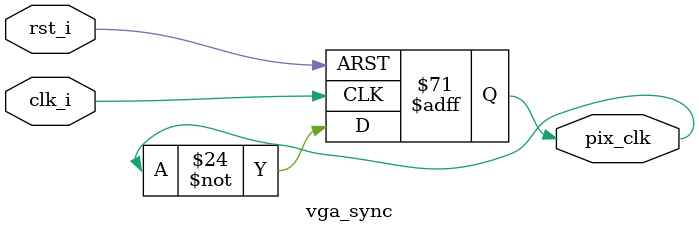
<source format=sv>
`timescale 1ns/1ps


module vga_sync(
	input clk_i,
	input rst_i,
	output reg 			pix_clk,
    pong_intf           intf
	);

		
	parameter HA = 640;
	parameter HF = 16;
	parameter HS = 96;
	parameter HB = 48;
	
	parameter VA = 480;
	parameter VF = 11;
	parameter VS = 2;
	parameter VB = 32;
	
	
	always_ff@(posedge clk_i or posedge rst_i) begin
		if(rst_i) begin
			pix_clk 		<=#1 1'b0;
		end
		else begin
			pix_clk 		<=#1 ~pix_clk;
		end	
	end
	
	always_ff@(posedge clk_i) begin
		if(rst_i) begin
			intf.pixel.pos_x			<=#1 10'd0;
		end
		else begin
			if(pix_clk)
				if(intf.pixel.pos_x >= HA+HF+HS+HB-1)
					intf.pixel.pos_x 	<=#1 10'd0;
				else	
					intf.pixel.pos_x 	<=#1 intf.pixel.pos_x + 10'd1;
			else	
				intf.pixel.pos_x		 	<=#1 intf.pixel.pos_x;
		end
	end
	
	always_ff@(posedge clk_i) begin
		if(rst_i) begin
			intf.pixel.pos_y				<=#1 10'd0;
		end
		else begin
			if(pix_clk && intf.pixel.pos_x >= HA+HF+HS+HB-1)
				if(intf.pixel.pos_y >= VA+VF+VS+VB-1)
					intf.pixel.pos_y 	<=#1 10'd0;
				else	
					intf.pixel.pos_y 	<=#1 intf.pixel.pos_y + 10'd1;
			else	
				intf.pixel.pos_y		 	<=#1 intf.pixel.pos_y;
		end
	end
	
	always_comb begin
		if((intf.pixel.pos_x < HA+HF) || (intf.pixel.pos_x > HA+HF+HS-1))
			intf.sync_signal.h_sync = 1'b1;
		else
			intf.sync_signal.h_sync = 1'b0;
	end
	
	always_comb begin
		if((intf.pixel.pos_y < VA+VF) || (intf.pixel.pos_y > VA+VF+VS-1))
			intf.sync_signal.v_sync = 1'b1;
		else
			intf.sync_signal.v_sync = 1'b0;
	end
	always_comb begin
		intf.sync_signal.video_on 	= (intf.pixel.pos_x < HA) && (intf.pixel.pos_y <VA);
	end


endmodule

</source>
